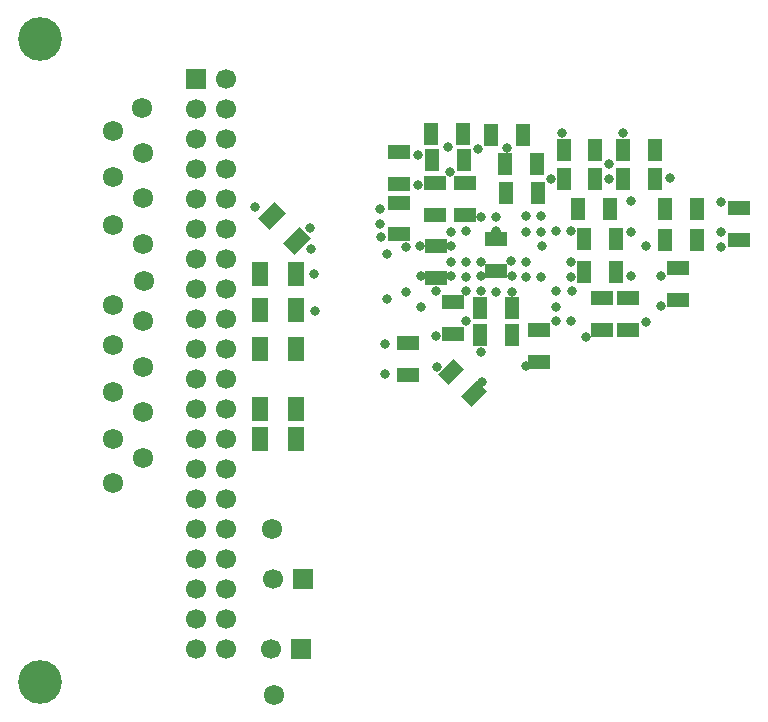
<source format=gbs>
%FSLAX44Y44*%
%MOMM*%
G71*
G01*
G75*
G04 Layer_Color=16711935*
%ADD10R,1.8000X1.1500*%
%ADD11C,0.7620*%
G04:AMPARAMS|DCode=12|XSize=1.15mm|YSize=1.8mm|CornerRadius=0mm|HoleSize=0mm|Usage=FLASHONLY|Rotation=135.000|XOffset=0mm|YOffset=0mm|HoleType=Round|Shape=Rectangle|*
%AMROTATEDRECTD12*
4,1,4,1.0430,0.2298,-0.2298,-1.0430,-1.0430,-0.2298,0.2298,1.0430,1.0430,0.2298,0.0*
%
%ADD12ROTATEDRECTD12*%

%ADD13R,1.1500X1.8000*%
%ADD14C,0.1500*%
%ADD15C,1.5000*%
%ADD16R,1.5000X1.5000*%
%ADD17R,1.5000X1.5000*%
%ADD18C,1.5240*%
%ADD19C,3.5000*%
%ADD20C,0.6000*%
%ADD21R,1.7000X1.1000*%
%ADD22R,1.1000X1.7000*%
G04:AMPARAMS|DCode=23|XSize=1.7mm|YSize=1.1mm|CornerRadius=0mm|HoleSize=0mm|Usage=FLASHONLY|Rotation=45.000|XOffset=0mm|YOffset=0mm|HoleType=Round|Shape=Rectangle|*
%AMROTATEDRECTD23*
4,1,4,-0.2121,-0.9900,-0.9900,-0.2121,0.2121,0.9900,0.9900,0.2121,-0.2121,-0.9900,0.0*
%
%ADD23ROTATEDRECTD23*%

%ADD24C,0.6000*%
%ADD25C,0.1000*%
%ADD26C,0.2540*%
%ADD27C,0.2000*%
%ADD28C,0.0178*%
%ADD29C,0.2032*%
%ADD30R,2.0000X1.3500*%
%ADD31C,0.9620*%
G04:AMPARAMS|DCode=32|XSize=1.35mm|YSize=2mm|CornerRadius=0mm|HoleSize=0mm|Usage=FLASHONLY|Rotation=135.000|XOffset=0mm|YOffset=0mm|HoleType=Round|Shape=Rectangle|*
%AMROTATEDRECTD32*
4,1,4,1.1844,0.2298,-0.2298,-1.1844,-1.1844,-0.2298,0.2298,1.1844,1.1844,0.2298,0.0*
%
%ADD32ROTATEDRECTD32*%

%ADD33R,1.3500X2.0000*%
%ADD34C,1.7000*%
%ADD35R,1.7000X1.7000*%
%ADD36R,1.7000X1.7000*%
%ADD37C,1.7240*%
%ADD38C,3.7000*%
%ADD39C,0.8000*%
%ADD40R,1.9000X1.3000*%
%ADD41R,1.3000X1.9000*%
G04:AMPARAMS|DCode=42|XSize=1.9mm|YSize=1.3mm|CornerRadius=0mm|HoleSize=0mm|Usage=FLASHONLY|Rotation=45.000|XOffset=0mm|YOffset=0mm|HoleType=Round|Shape=Rectangle|*
%AMROTATEDRECTD42*
4,1,4,-0.2121,-1.1314,-1.1314,-0.2121,0.2121,1.1314,1.1314,0.2121,-0.2121,-1.1314,0.0*
%
%ADD42ROTATEDRECTD42*%

D32*
X595884Y932688D02*
D03*
X617097Y911475D02*
D03*
D33*
X615724Y883158D02*
D03*
X585724D02*
D03*
X585696Y852904D02*
D03*
X615696D02*
D03*
X585724Y768604D02*
D03*
X615724D02*
D03*
X615696Y743204D02*
D03*
X585696D02*
D03*
X615724Y819404D02*
D03*
X585724D02*
D03*
D34*
X556514Y641858D02*
D03*
Y667258D02*
D03*
Y591058D02*
D03*
Y616458D02*
D03*
Y743458D02*
D03*
Y768858D02*
D03*
Y565658D02*
D03*
X531114D02*
D03*
Y591058D02*
D03*
Y616458D02*
D03*
Y641858D02*
D03*
Y667258D02*
D03*
X556514Y692658D02*
D03*
X531114D02*
D03*
X556514Y718058D02*
D03*
X531114D02*
D03*
Y743458D02*
D03*
Y768858D02*
D03*
X556514Y794258D02*
D03*
X531114D02*
D03*
X556514Y819658D02*
D03*
X531114D02*
D03*
X556514Y845058D02*
D03*
X531114D02*
D03*
X556514Y870458D02*
D03*
X531114D02*
D03*
X556514Y895858D02*
D03*
X531114D02*
D03*
X556514Y921258D02*
D03*
X531114D02*
D03*
X556514Y946658D02*
D03*
X531114D02*
D03*
X556514Y972058D02*
D03*
X531114D02*
D03*
X556514Y997458D02*
D03*
X531114D02*
D03*
X556514Y1022858D02*
D03*
X531114D02*
D03*
X556514Y1048258D02*
D03*
X595122Y565658D02*
D03*
X596138Y625348D02*
D03*
D35*
X531114Y1048258D02*
D03*
D36*
X620522Y565658D02*
D03*
X621538Y625348D02*
D03*
D37*
X486410Y727456D02*
D03*
Y765979D02*
D03*
Y804503D02*
D03*
X460756Y783590D02*
D03*
X595884Y667004D02*
D03*
X596900Y527050D02*
D03*
X460756Y706120D02*
D03*
X486410Y843026D02*
D03*
X460756Y822960D02*
D03*
Y743458D02*
D03*
X461010Y924814D02*
D03*
Y1004316D02*
D03*
X485902Y1024128D02*
D03*
X461010Y964946D02*
D03*
X486664Y985859D02*
D03*
Y947335D02*
D03*
Y908812D02*
D03*
X461264Y857250D02*
D03*
X486918Y877316D02*
D03*
D38*
X399310Y1082320D02*
D03*
Y537840D02*
D03*
D39*
X797814Y893826D02*
D03*
X760222Y893572D02*
D03*
X747522D02*
D03*
X627888Y922528D02*
D03*
X721500Y855500D02*
D03*
X708914Y867918D02*
D03*
X631952Y852170D02*
D03*
X631444Y883158D02*
D03*
X721060Y906526D02*
D03*
X747268Y881380D02*
D03*
X687578Y914654D02*
D03*
X721614Y881380D02*
D03*
X708660Y906272D02*
D03*
X848868Y843026D02*
D03*
X836168D02*
D03*
X785622Y868172D02*
D03*
X798576D02*
D03*
X686694Y937806D02*
D03*
X772160Y881126D02*
D03*
X798830D02*
D03*
X747268Y907034D02*
D03*
X785622Y931418D02*
D03*
X849122Y893572D02*
D03*
X848868Y919480D02*
D03*
X628500Y904500D02*
D03*
X581500Y939500D02*
D03*
X760000Y868500D02*
D03*
X772500Y817500D02*
D03*
X734500Y830500D02*
D03*
X899500Y918500D02*
D03*
Y945000D02*
D03*
X881000Y976000D02*
D03*
X832000Y964000D02*
D03*
X718820Y983996D02*
D03*
X772500Y931500D02*
D03*
X759500Y843000D02*
D03*
X772414Y868426D02*
D03*
X810998Y893498D02*
D03*
X811000Y881000D02*
D03*
X785368Y919988D02*
D03*
X760000Y919500D02*
D03*
Y881000D02*
D03*
X772414Y893572D02*
D03*
X691642Y798322D02*
D03*
X692658Y861822D02*
D03*
X718820Y958850D02*
D03*
X747000Y919000D02*
D03*
X770000Y989000D02*
D03*
X746506Y969518D02*
D03*
X810498Y918998D02*
D03*
X811000Y932000D02*
D03*
X824000Y906500D02*
D03*
X823500Y919000D02*
D03*
Y881000D02*
D03*
X848998Y880998D02*
D03*
X849498Y868498D02*
D03*
X836168Y855472D02*
D03*
X836000Y868500D02*
D03*
X899414Y881380D02*
D03*
X912368Y842772D02*
D03*
X976122Y906272D02*
D03*
X836422Y919480D02*
D03*
X823468Y931926D02*
D03*
X932180Y964184D02*
D03*
X892500Y1002500D02*
D03*
X841500D02*
D03*
X794512Y989838D02*
D03*
X744728Y990346D02*
D03*
X687324Y925830D02*
D03*
X692912Y899922D02*
D03*
X810260Y805180D02*
D03*
X861568Y830072D02*
D03*
X880618Y963676D02*
D03*
X735000Y804500D02*
D03*
X690880Y823722D02*
D03*
X924814Y881126D02*
D03*
X975868Y918972D02*
D03*
X912368Y906526D02*
D03*
X773000Y792000D02*
D03*
X924814Y855980D02*
D03*
X975868Y944372D02*
D03*
X734568Y868426D02*
D03*
D40*
X703326Y986066D02*
D03*
Y959066D02*
D03*
X991108Y939330D02*
D03*
Y912330D02*
D03*
X939038Y861022D02*
D03*
Y888022D02*
D03*
X897128Y836130D02*
D03*
Y863130D02*
D03*
X875284Y836130D02*
D03*
Y863130D02*
D03*
X821690Y808698D02*
D03*
Y835698D02*
D03*
X710500Y797500D02*
D03*
Y824500D02*
D03*
X785622Y912660D02*
D03*
Y885660D02*
D03*
X703326Y943648D02*
D03*
Y916648D02*
D03*
X734000Y960500D02*
D03*
Y933500D02*
D03*
X759000Y960500D02*
D03*
Y933500D02*
D03*
X748500Y832500D02*
D03*
Y859500D02*
D03*
X734060Y879564D02*
D03*
Y906564D02*
D03*
D41*
X781012Y1001268D02*
D03*
X808012D02*
D03*
X869480Y987806D02*
D03*
X842480D02*
D03*
X919772D02*
D03*
X892772D02*
D03*
X730212Y1001522D02*
D03*
X757212D02*
D03*
X869480Y963676D02*
D03*
X842480D02*
D03*
X793000Y976500D02*
D03*
X820000D02*
D03*
X820712Y951484D02*
D03*
X793712D02*
D03*
X919518Y963676D02*
D03*
X892518D02*
D03*
X955078Y938276D02*
D03*
X928078D02*
D03*
X955332Y912368D02*
D03*
X928332D02*
D03*
X771868Y831342D02*
D03*
X798868D02*
D03*
X772000Y854500D02*
D03*
X799000D02*
D03*
X731000Y979500D02*
D03*
X758000D02*
D03*
X886498Y912876D02*
D03*
X859498D02*
D03*
X881418Y938276D02*
D03*
X854418D02*
D03*
X886500Y885000D02*
D03*
X859500D02*
D03*
D42*
X766466Y781156D02*
D03*
X747374Y800248D02*
D03*
M02*

</source>
